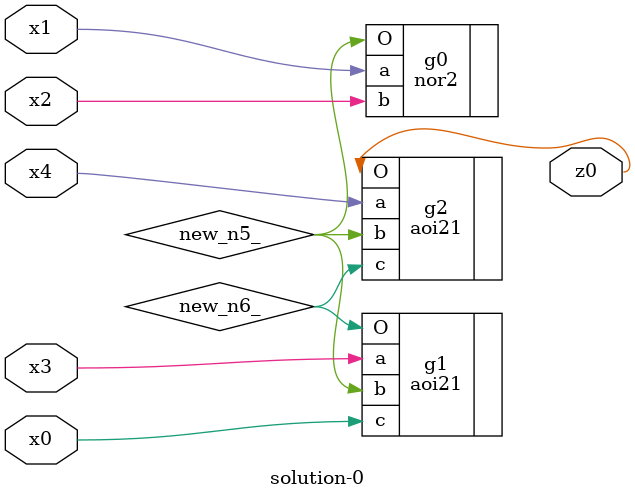
<source format=v>
module \solution-0 (
  x0, x1, x2, x3, x4,
  z0 );
  input x0, x1, x2, x3, x4;
  output z0;
  wire new_n5_, new_n6_;
  nor2  g0(.a(x1), .b(x2), .O(new_n5_));
  aoi21  g1(.a(x3), .b(new_n5_), .c(x0), .O(new_n6_));
  aoi21  g2(.a(x4), .b(new_n5_), .c(new_n6_), .O(z0));
endmodule

</source>
